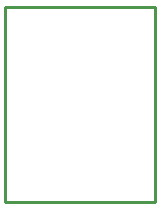
<source format=gbr>
G04 EAGLE Gerber RS-274X export*
G75*
%MOMM*%
%FSLAX34Y34*%
%LPD*%
%IN*%
%IPPOS*%
%AMOC8*
5,1,8,0,0,1.08239X$1,22.5*%
G01*
%ADD10C,0.254000*%


D10*
X0Y0D02*
X127000Y0D01*
X127000Y165100D01*
X0Y165100D01*
X0Y0D01*
M02*

</source>
